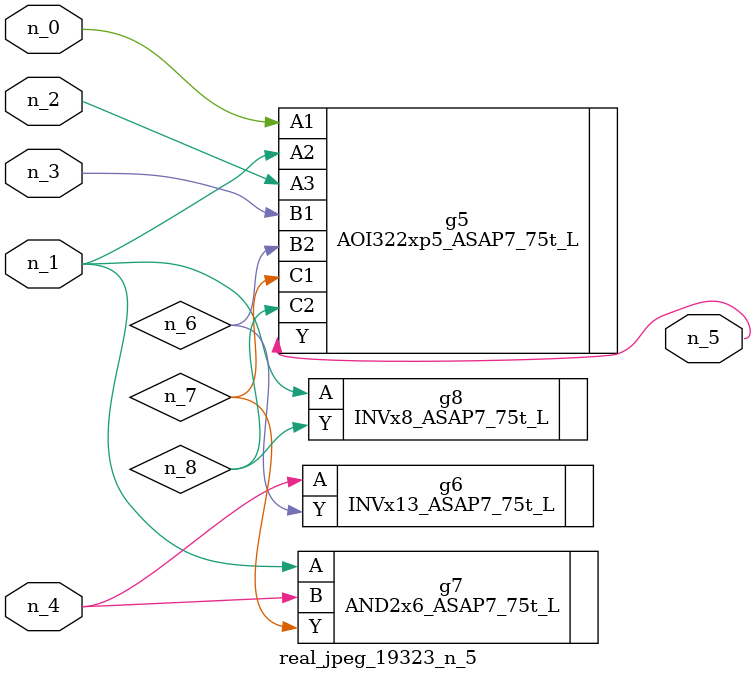
<source format=v>
module real_jpeg_19323_n_5 (n_4, n_0, n_1, n_2, n_3, n_5);

input n_4;
input n_0;
input n_1;
input n_2;
input n_3;

output n_5;

wire n_8;
wire n_6;
wire n_7;

AOI322xp5_ASAP7_75t_L g5 ( 
.A1(n_0),
.A2(n_1),
.A3(n_2),
.B1(n_3),
.B2(n_6),
.C1(n_7),
.C2(n_8),
.Y(n_5)
);

AND2x6_ASAP7_75t_L g7 ( 
.A(n_1),
.B(n_4),
.Y(n_7)
);

INVx8_ASAP7_75t_L g8 ( 
.A(n_1),
.Y(n_8)
);

INVx13_ASAP7_75t_L g6 ( 
.A(n_4),
.Y(n_6)
);


endmodule
</source>
